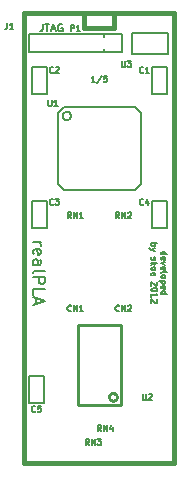
<source format=gto>
G04 (created by PCBNEW-RS274X (2012-apr-16-27)-stable) date So 08 Sep 2013 13:16:25 CEST*
G01*
G70*
G90*
%MOIN*%
G04 Gerber Fmt 3.4, Leading zero omitted, Abs format*
%FSLAX34Y34*%
G04 APERTURE LIST*
%ADD10C,0.006000*%
%ADD11C,0.005000*%
%ADD12C,0.008000*%
%ADD13C,0.015000*%
%ADD14C,0.007900*%
%ADD15C,0.010000*%
G04 APERTURE END LIST*
G54D10*
G54D11*
X57857Y-32781D02*
X57743Y-32781D01*
X57800Y-32781D02*
X57800Y-32581D01*
X57781Y-32610D01*
X57762Y-32629D01*
X57743Y-32638D01*
X58085Y-32571D02*
X57914Y-32829D01*
X58248Y-32581D02*
X58153Y-32581D01*
X58143Y-32676D01*
X58153Y-32667D01*
X58172Y-32657D01*
X58219Y-32657D01*
X58238Y-32667D01*
X58248Y-32676D01*
X58257Y-32695D01*
X58257Y-32743D01*
X58248Y-32762D01*
X58238Y-32771D01*
X58219Y-32781D01*
X58172Y-32781D01*
X58153Y-32771D01*
X58143Y-32762D01*
X60069Y-38536D02*
X60269Y-38536D01*
X60079Y-38536D02*
X60069Y-38517D01*
X60069Y-38479D01*
X60079Y-38460D01*
X60088Y-38451D01*
X60107Y-38441D01*
X60164Y-38441D01*
X60183Y-38451D01*
X60193Y-38460D01*
X60202Y-38479D01*
X60202Y-38517D01*
X60193Y-38536D01*
X60079Y-38708D02*
X60069Y-38689D01*
X60069Y-38651D01*
X60079Y-38632D01*
X60098Y-38622D01*
X60174Y-38622D01*
X60193Y-38632D01*
X60202Y-38651D01*
X60202Y-38689D01*
X60193Y-38708D01*
X60174Y-38717D01*
X60155Y-38717D01*
X60136Y-38622D01*
X60202Y-38784D02*
X60069Y-38831D01*
X60202Y-38879D01*
X60079Y-39031D02*
X60069Y-39012D01*
X60069Y-38974D01*
X60079Y-38955D01*
X60098Y-38945D01*
X60174Y-38945D01*
X60193Y-38955D01*
X60202Y-38974D01*
X60202Y-39012D01*
X60193Y-39031D01*
X60174Y-39040D01*
X60155Y-39040D01*
X60136Y-38945D01*
X60069Y-39154D02*
X60079Y-39135D01*
X60098Y-39126D01*
X60269Y-39126D01*
X60069Y-39259D02*
X60079Y-39240D01*
X60088Y-39231D01*
X60107Y-39221D01*
X60164Y-39221D01*
X60183Y-39231D01*
X60193Y-39240D01*
X60202Y-39259D01*
X60202Y-39288D01*
X60193Y-39307D01*
X60183Y-39316D01*
X60164Y-39326D01*
X60107Y-39326D01*
X60088Y-39316D01*
X60079Y-39307D01*
X60069Y-39288D01*
X60069Y-39259D01*
X60202Y-39412D02*
X60002Y-39412D01*
X60193Y-39412D02*
X60202Y-39431D01*
X60202Y-39469D01*
X60193Y-39488D01*
X60183Y-39497D01*
X60164Y-39507D01*
X60107Y-39507D01*
X60088Y-39497D01*
X60079Y-39488D01*
X60069Y-39469D01*
X60069Y-39431D01*
X60079Y-39412D01*
X60079Y-39669D02*
X60069Y-39650D01*
X60069Y-39612D01*
X60079Y-39593D01*
X60098Y-39583D01*
X60174Y-39583D01*
X60193Y-39593D01*
X60202Y-39612D01*
X60202Y-39650D01*
X60193Y-39669D01*
X60174Y-39678D01*
X60155Y-39678D01*
X60136Y-39583D01*
X60069Y-39849D02*
X60269Y-39849D01*
X60079Y-39849D02*
X60069Y-39830D01*
X60069Y-39792D01*
X60079Y-39773D01*
X60088Y-39764D01*
X60107Y-39754D01*
X60164Y-39754D01*
X60183Y-39764D01*
X60193Y-39773D01*
X60202Y-39792D01*
X60202Y-39830D01*
X60193Y-39849D01*
X59739Y-38162D02*
X59939Y-38162D01*
X59863Y-38162D02*
X59872Y-38181D01*
X59872Y-38219D01*
X59863Y-38238D01*
X59853Y-38247D01*
X59834Y-38257D01*
X59777Y-38257D01*
X59758Y-38247D01*
X59749Y-38238D01*
X59739Y-38219D01*
X59739Y-38181D01*
X59749Y-38162D01*
X59872Y-38324D02*
X59739Y-38371D01*
X59872Y-38419D02*
X59739Y-38371D01*
X59691Y-38352D01*
X59682Y-38343D01*
X59672Y-38324D01*
X59749Y-38637D02*
X59739Y-38656D01*
X59739Y-38694D01*
X59749Y-38713D01*
X59768Y-38723D01*
X59777Y-38723D01*
X59796Y-38713D01*
X59806Y-38694D01*
X59806Y-38666D01*
X59815Y-38647D01*
X59834Y-38637D01*
X59844Y-38637D01*
X59863Y-38647D01*
X59872Y-38666D01*
X59872Y-38694D01*
X59863Y-38713D01*
X59739Y-38809D02*
X59939Y-38809D01*
X59815Y-38828D02*
X59739Y-38885D01*
X59872Y-38885D02*
X59796Y-38809D01*
X59739Y-38999D02*
X59749Y-38980D01*
X59758Y-38971D01*
X59777Y-38961D01*
X59834Y-38961D01*
X59853Y-38971D01*
X59863Y-38980D01*
X59872Y-38999D01*
X59872Y-39028D01*
X59863Y-39047D01*
X59853Y-39056D01*
X59834Y-39066D01*
X59777Y-39066D01*
X59758Y-39056D01*
X59749Y-39047D01*
X59739Y-39028D01*
X59739Y-38999D01*
X59749Y-39228D02*
X59739Y-39209D01*
X59739Y-39171D01*
X59749Y-39152D01*
X59768Y-39142D01*
X59844Y-39142D01*
X59863Y-39152D01*
X59872Y-39171D01*
X59872Y-39209D01*
X59863Y-39228D01*
X59844Y-39237D01*
X59825Y-39237D01*
X59806Y-39142D01*
X59920Y-39465D02*
X59930Y-39475D01*
X59939Y-39494D01*
X59939Y-39541D01*
X59930Y-39560D01*
X59920Y-39570D01*
X59901Y-39579D01*
X59882Y-39579D01*
X59853Y-39570D01*
X59739Y-39456D01*
X59739Y-39579D01*
X59939Y-39703D02*
X59939Y-39722D01*
X59930Y-39741D01*
X59920Y-39750D01*
X59901Y-39760D01*
X59863Y-39769D01*
X59815Y-39769D01*
X59777Y-39760D01*
X59758Y-39750D01*
X59749Y-39741D01*
X59739Y-39722D01*
X59739Y-39703D01*
X59749Y-39684D01*
X59758Y-39674D01*
X59777Y-39665D01*
X59815Y-39655D01*
X59863Y-39655D01*
X59901Y-39665D01*
X59920Y-39674D01*
X59930Y-39684D01*
X59939Y-39703D01*
X59739Y-39959D02*
X59739Y-39845D01*
X59739Y-39902D02*
X59939Y-39902D01*
X59910Y-39883D01*
X59891Y-39864D01*
X59882Y-39845D01*
X59920Y-40035D02*
X59930Y-40045D01*
X59939Y-40064D01*
X59939Y-40111D01*
X59930Y-40130D01*
X59920Y-40140D01*
X59901Y-40149D01*
X59882Y-40149D01*
X59853Y-40140D01*
X59739Y-40026D01*
X59739Y-40149D01*
G54D12*
X55788Y-38130D02*
X56055Y-38130D01*
X55979Y-38130D02*
X56017Y-38149D01*
X56036Y-38168D01*
X56055Y-38206D01*
X56055Y-38245D01*
X55807Y-38531D02*
X55788Y-38493D01*
X55788Y-38416D01*
X55807Y-38378D01*
X55845Y-38359D01*
X55998Y-38359D01*
X56036Y-38378D01*
X56055Y-38416D01*
X56055Y-38493D01*
X56036Y-38531D01*
X55998Y-38550D01*
X55960Y-38550D01*
X55921Y-38359D01*
X55788Y-38893D02*
X55998Y-38893D01*
X56036Y-38874D01*
X56055Y-38836D01*
X56055Y-38759D01*
X56036Y-38721D01*
X55807Y-38893D02*
X55788Y-38855D01*
X55788Y-38759D01*
X55807Y-38721D01*
X55845Y-38702D01*
X55883Y-38702D01*
X55921Y-38721D01*
X55940Y-38759D01*
X55940Y-38855D01*
X55960Y-38893D01*
X55788Y-39140D02*
X55807Y-39102D01*
X55845Y-39083D01*
X56188Y-39083D01*
X55788Y-39293D02*
X56188Y-39293D01*
X56188Y-39446D01*
X56169Y-39484D01*
X56150Y-39503D01*
X56112Y-39522D01*
X56055Y-39522D01*
X56017Y-39503D01*
X55998Y-39484D01*
X55979Y-39446D01*
X55979Y-39293D01*
X55788Y-39884D02*
X55788Y-39693D01*
X56188Y-39693D01*
X55902Y-39998D02*
X55902Y-40189D01*
X55788Y-39960D02*
X56188Y-40093D01*
X55788Y-40227D01*
G54D13*
X58500Y-30500D02*
X58500Y-30500D01*
X58500Y-30500D02*
X58500Y-31000D01*
X58500Y-31000D02*
X57500Y-31000D01*
X57500Y-31000D02*
X57500Y-30500D01*
X60500Y-30500D02*
X60500Y-45500D01*
X60500Y-45500D02*
X55500Y-45500D01*
X55500Y-45500D02*
X55500Y-30500D01*
X55500Y-30500D02*
X60500Y-30500D01*
G54D11*
X59100Y-31850D02*
X59100Y-31150D01*
X59100Y-31150D02*
X60300Y-31150D01*
X60300Y-31150D02*
X60300Y-31850D01*
X60300Y-31850D02*
X59100Y-31850D01*
G54D14*
X56622Y-33819D02*
X56819Y-33622D01*
X57057Y-33918D02*
X57054Y-33944D01*
X57046Y-33970D01*
X57033Y-33994D01*
X57016Y-34015D01*
X56995Y-34033D01*
X56971Y-34046D01*
X56945Y-34054D01*
X56918Y-34056D01*
X56892Y-34054D01*
X56866Y-34046D01*
X56842Y-34034D01*
X56821Y-34017D01*
X56804Y-33996D01*
X56791Y-33972D01*
X56783Y-33946D01*
X56780Y-33919D01*
X56782Y-33893D01*
X56789Y-33867D01*
X56802Y-33843D01*
X56819Y-33822D01*
X56839Y-33804D01*
X56863Y-33791D01*
X56889Y-33783D01*
X56916Y-33780D01*
X56942Y-33782D01*
X56968Y-33789D01*
X56992Y-33801D01*
X57013Y-33818D01*
X57031Y-33838D01*
X57044Y-33862D01*
X57053Y-33888D01*
X57056Y-33915D01*
X57057Y-33918D01*
X59378Y-33819D02*
X59181Y-33622D01*
X59181Y-36378D02*
X59378Y-36181D01*
X56819Y-36378D02*
X56622Y-36181D01*
X56622Y-36181D02*
X56622Y-33819D01*
X59181Y-33622D02*
X56819Y-33622D01*
X59378Y-36181D02*
X59378Y-33819D01*
X56819Y-36378D02*
X59181Y-36378D01*
G54D15*
X58709Y-40901D02*
X58709Y-43539D01*
X57291Y-43539D02*
X57291Y-40901D01*
X58709Y-40901D02*
X57291Y-40901D01*
X57291Y-43539D02*
X58709Y-43539D01*
X58584Y-43284D02*
X58581Y-43308D01*
X58574Y-43332D01*
X58562Y-43354D01*
X58546Y-43374D01*
X58527Y-43390D01*
X58505Y-43401D01*
X58481Y-43409D01*
X58456Y-43411D01*
X58433Y-43409D01*
X58409Y-43402D01*
X58386Y-43391D01*
X58367Y-43375D01*
X58351Y-43356D01*
X58339Y-43334D01*
X58331Y-43310D01*
X58329Y-43285D01*
X58331Y-43261D01*
X58337Y-43237D01*
X58349Y-43215D01*
X58364Y-43196D01*
X58383Y-43179D01*
X58405Y-43167D01*
X58429Y-43159D01*
X58454Y-43157D01*
X58478Y-43158D01*
X58502Y-43165D01*
X58524Y-43176D01*
X58544Y-43192D01*
X58560Y-43211D01*
X58572Y-43232D01*
X58580Y-43256D01*
X58583Y-43281D01*
X58584Y-43284D01*
G54D12*
X58150Y-31800D02*
X58150Y-31700D01*
X58150Y-31300D02*
X58150Y-31200D01*
X58750Y-31800D02*
X55650Y-31800D01*
X55650Y-31800D02*
X55650Y-31200D01*
X55650Y-31200D02*
X58750Y-31200D01*
X58750Y-31200D02*
X58750Y-31800D01*
G54D11*
X60250Y-36750D02*
X60250Y-37650D01*
X60250Y-37650D02*
X59750Y-37650D01*
X59750Y-37650D02*
X59750Y-36750D01*
X59750Y-36750D02*
X60250Y-36750D01*
X55650Y-43500D02*
X55650Y-42600D01*
X55650Y-42600D02*
X56150Y-42600D01*
X56150Y-42600D02*
X56150Y-43500D01*
X56150Y-43500D02*
X55650Y-43500D01*
X60250Y-32300D02*
X60250Y-33200D01*
X60250Y-33200D02*
X59750Y-33200D01*
X59750Y-33200D02*
X59750Y-32300D01*
X59750Y-32300D02*
X60250Y-32300D01*
X55750Y-33200D02*
X55750Y-32300D01*
X55750Y-32300D02*
X56250Y-32300D01*
X56250Y-32300D02*
X56250Y-33200D01*
X56250Y-33200D02*
X55750Y-33200D01*
X56250Y-36750D02*
X56250Y-37650D01*
X56250Y-37650D02*
X55750Y-37650D01*
X55750Y-37650D02*
X55750Y-36750D01*
X55750Y-36750D02*
X56250Y-36750D01*
X54934Y-30831D02*
X54934Y-30974D01*
X54924Y-31002D01*
X54905Y-31021D01*
X54877Y-31031D01*
X54858Y-31031D01*
X55133Y-31031D02*
X55019Y-31031D01*
X55076Y-31031D02*
X55076Y-30831D01*
X55057Y-30860D01*
X55038Y-30879D01*
X55019Y-30888D01*
X58748Y-32081D02*
X58748Y-32243D01*
X58757Y-32262D01*
X58767Y-32271D01*
X58786Y-32281D01*
X58824Y-32281D01*
X58843Y-32271D01*
X58852Y-32262D01*
X58862Y-32243D01*
X58862Y-32081D01*
X58939Y-32081D02*
X59062Y-32081D01*
X58996Y-32157D01*
X59024Y-32157D01*
X59043Y-32167D01*
X59053Y-32176D01*
X59062Y-32195D01*
X59062Y-32243D01*
X59053Y-32262D01*
X59043Y-32271D01*
X59024Y-32281D01*
X58967Y-32281D01*
X58948Y-32271D01*
X58939Y-32262D01*
X56298Y-33381D02*
X56298Y-33543D01*
X56307Y-33562D01*
X56317Y-33571D01*
X56336Y-33581D01*
X56374Y-33581D01*
X56393Y-33571D01*
X56402Y-33562D01*
X56412Y-33543D01*
X56412Y-33381D01*
X56612Y-33581D02*
X56498Y-33581D01*
X56555Y-33581D02*
X56555Y-33381D01*
X56536Y-33410D01*
X56517Y-33429D01*
X56498Y-33438D01*
X59448Y-43181D02*
X59448Y-43343D01*
X59457Y-43362D01*
X59467Y-43371D01*
X59486Y-43381D01*
X59524Y-43381D01*
X59543Y-43371D01*
X59552Y-43362D01*
X59562Y-43343D01*
X59562Y-43181D01*
X59648Y-43200D02*
X59658Y-43190D01*
X59677Y-43181D01*
X59724Y-43181D01*
X59743Y-43190D01*
X59753Y-43200D01*
X59762Y-43219D01*
X59762Y-43238D01*
X59753Y-43267D01*
X59639Y-43381D01*
X59762Y-43381D01*
X57053Y-31081D02*
X57053Y-30881D01*
X57129Y-30881D01*
X57148Y-30890D01*
X57157Y-30900D01*
X57167Y-30919D01*
X57167Y-30948D01*
X57157Y-30967D01*
X57148Y-30976D01*
X57129Y-30986D01*
X57053Y-30986D01*
X57357Y-31081D02*
X57243Y-31081D01*
X57300Y-31081D02*
X57300Y-30881D01*
X57281Y-30910D01*
X57262Y-30929D01*
X57243Y-30938D01*
X56109Y-30851D02*
X56109Y-31030D01*
X56097Y-31065D01*
X56073Y-31089D01*
X56038Y-31101D01*
X56014Y-31101D01*
X56192Y-30851D02*
X56335Y-30851D01*
X56263Y-31101D02*
X56263Y-30851D01*
X56406Y-31030D02*
X56525Y-31030D01*
X56382Y-31101D02*
X56465Y-30851D01*
X56548Y-31101D01*
X56762Y-30863D02*
X56739Y-30851D01*
X56703Y-30851D01*
X56667Y-30863D01*
X56643Y-30887D01*
X56632Y-30911D01*
X56620Y-30958D01*
X56620Y-30994D01*
X56632Y-31042D01*
X56643Y-31065D01*
X56667Y-31089D01*
X56703Y-31101D01*
X56727Y-31101D01*
X56762Y-31089D01*
X56774Y-31077D01*
X56774Y-30994D01*
X56727Y-30994D01*
X59467Y-36862D02*
X59457Y-36871D01*
X59429Y-36881D01*
X59410Y-36881D01*
X59381Y-36871D01*
X59362Y-36852D01*
X59353Y-36833D01*
X59343Y-36795D01*
X59343Y-36767D01*
X59353Y-36729D01*
X59362Y-36710D01*
X59381Y-36690D01*
X59410Y-36681D01*
X59429Y-36681D01*
X59457Y-36690D01*
X59467Y-36700D01*
X59638Y-36748D02*
X59638Y-36881D01*
X59591Y-36671D02*
X59543Y-36814D01*
X59667Y-36814D01*
X55867Y-43762D02*
X55857Y-43771D01*
X55829Y-43781D01*
X55810Y-43781D01*
X55781Y-43771D01*
X55762Y-43752D01*
X55753Y-43733D01*
X55743Y-43695D01*
X55743Y-43667D01*
X55753Y-43629D01*
X55762Y-43610D01*
X55781Y-43590D01*
X55810Y-43581D01*
X55829Y-43581D01*
X55857Y-43590D01*
X55867Y-43600D01*
X56048Y-43581D02*
X55953Y-43581D01*
X55943Y-43676D01*
X55953Y-43667D01*
X55972Y-43657D01*
X56019Y-43657D01*
X56038Y-43667D01*
X56048Y-43676D01*
X56057Y-43695D01*
X56057Y-43743D01*
X56048Y-43762D01*
X56038Y-43771D01*
X56019Y-43781D01*
X55972Y-43781D01*
X55953Y-43771D01*
X55943Y-43762D01*
X59467Y-32462D02*
X59457Y-32471D01*
X59429Y-32481D01*
X59410Y-32481D01*
X59381Y-32471D01*
X59362Y-32452D01*
X59353Y-32433D01*
X59343Y-32395D01*
X59343Y-32367D01*
X59353Y-32329D01*
X59362Y-32310D01*
X59381Y-32290D01*
X59410Y-32281D01*
X59429Y-32281D01*
X59457Y-32290D01*
X59467Y-32300D01*
X59657Y-32481D02*
X59543Y-32481D01*
X59600Y-32481D02*
X59600Y-32281D01*
X59581Y-32310D01*
X59562Y-32329D01*
X59543Y-32338D01*
X57062Y-40412D02*
X57052Y-40421D01*
X57024Y-40431D01*
X57005Y-40431D01*
X56976Y-40421D01*
X56957Y-40402D01*
X56948Y-40383D01*
X56938Y-40345D01*
X56938Y-40317D01*
X56948Y-40279D01*
X56957Y-40260D01*
X56976Y-40240D01*
X57005Y-40231D01*
X57024Y-40231D01*
X57052Y-40240D01*
X57062Y-40250D01*
X57148Y-40431D02*
X57148Y-40231D01*
X57262Y-40431D01*
X57262Y-40231D01*
X57462Y-40431D02*
X57348Y-40431D01*
X57405Y-40431D02*
X57405Y-40231D01*
X57386Y-40260D01*
X57367Y-40279D01*
X57348Y-40288D01*
X58662Y-40412D02*
X58652Y-40421D01*
X58624Y-40431D01*
X58605Y-40431D01*
X58576Y-40421D01*
X58557Y-40402D01*
X58548Y-40383D01*
X58538Y-40345D01*
X58538Y-40317D01*
X58548Y-40279D01*
X58557Y-40260D01*
X58576Y-40240D01*
X58605Y-40231D01*
X58624Y-40231D01*
X58652Y-40240D01*
X58662Y-40250D01*
X58748Y-40431D02*
X58748Y-40231D01*
X58862Y-40431D01*
X58862Y-40231D01*
X58948Y-40250D02*
X58958Y-40240D01*
X58977Y-40231D01*
X59024Y-40231D01*
X59043Y-40240D01*
X59053Y-40250D01*
X59062Y-40269D01*
X59062Y-40288D01*
X59053Y-40317D01*
X58939Y-40431D01*
X59062Y-40431D01*
X57062Y-37331D02*
X56995Y-37236D01*
X56948Y-37331D02*
X56948Y-37131D01*
X57024Y-37131D01*
X57043Y-37140D01*
X57052Y-37150D01*
X57062Y-37169D01*
X57062Y-37198D01*
X57052Y-37217D01*
X57043Y-37226D01*
X57024Y-37236D01*
X56948Y-37236D01*
X57148Y-37331D02*
X57148Y-37131D01*
X57262Y-37331D01*
X57262Y-37131D01*
X57462Y-37331D02*
X57348Y-37331D01*
X57405Y-37331D02*
X57405Y-37131D01*
X57386Y-37160D01*
X57367Y-37179D01*
X57348Y-37188D01*
X58662Y-37331D02*
X58595Y-37236D01*
X58548Y-37331D02*
X58548Y-37131D01*
X58624Y-37131D01*
X58643Y-37140D01*
X58652Y-37150D01*
X58662Y-37169D01*
X58662Y-37198D01*
X58652Y-37217D01*
X58643Y-37226D01*
X58624Y-37236D01*
X58548Y-37236D01*
X58748Y-37331D02*
X58748Y-37131D01*
X58862Y-37331D01*
X58862Y-37131D01*
X58948Y-37150D02*
X58958Y-37140D01*
X58977Y-37131D01*
X59024Y-37131D01*
X59043Y-37140D01*
X59053Y-37150D01*
X59062Y-37169D01*
X59062Y-37188D01*
X59053Y-37217D01*
X58939Y-37331D01*
X59062Y-37331D01*
X57662Y-44881D02*
X57595Y-44786D01*
X57548Y-44881D02*
X57548Y-44681D01*
X57624Y-44681D01*
X57643Y-44690D01*
X57652Y-44700D01*
X57662Y-44719D01*
X57662Y-44748D01*
X57652Y-44767D01*
X57643Y-44776D01*
X57624Y-44786D01*
X57548Y-44786D01*
X57748Y-44881D02*
X57748Y-44681D01*
X57862Y-44881D01*
X57862Y-44681D01*
X57939Y-44681D02*
X58062Y-44681D01*
X57996Y-44757D01*
X58024Y-44757D01*
X58043Y-44767D01*
X58053Y-44776D01*
X58062Y-44795D01*
X58062Y-44843D01*
X58053Y-44862D01*
X58043Y-44871D01*
X58024Y-44881D01*
X57967Y-44881D01*
X57948Y-44871D01*
X57939Y-44862D01*
X58062Y-44431D02*
X57995Y-44336D01*
X57948Y-44431D02*
X57948Y-44231D01*
X58024Y-44231D01*
X58043Y-44240D01*
X58052Y-44250D01*
X58062Y-44269D01*
X58062Y-44298D01*
X58052Y-44317D01*
X58043Y-44326D01*
X58024Y-44336D01*
X57948Y-44336D01*
X58148Y-44431D02*
X58148Y-44231D01*
X58262Y-44431D01*
X58262Y-44231D01*
X58443Y-44298D02*
X58443Y-44431D01*
X58396Y-44221D02*
X58348Y-44364D01*
X58472Y-44364D01*
X56467Y-32462D02*
X56457Y-32471D01*
X56429Y-32481D01*
X56410Y-32481D01*
X56381Y-32471D01*
X56362Y-32452D01*
X56353Y-32433D01*
X56343Y-32395D01*
X56343Y-32367D01*
X56353Y-32329D01*
X56362Y-32310D01*
X56381Y-32290D01*
X56410Y-32281D01*
X56429Y-32281D01*
X56457Y-32290D01*
X56467Y-32300D01*
X56543Y-32300D02*
X56553Y-32290D01*
X56572Y-32281D01*
X56619Y-32281D01*
X56638Y-32290D01*
X56648Y-32300D01*
X56657Y-32319D01*
X56657Y-32338D01*
X56648Y-32367D01*
X56534Y-32481D01*
X56657Y-32481D01*
X56467Y-36862D02*
X56457Y-36871D01*
X56429Y-36881D01*
X56410Y-36881D01*
X56381Y-36871D01*
X56362Y-36852D01*
X56353Y-36833D01*
X56343Y-36795D01*
X56343Y-36767D01*
X56353Y-36729D01*
X56362Y-36710D01*
X56381Y-36690D01*
X56410Y-36681D01*
X56429Y-36681D01*
X56457Y-36690D01*
X56467Y-36700D01*
X56534Y-36681D02*
X56657Y-36681D01*
X56591Y-36757D01*
X56619Y-36757D01*
X56638Y-36767D01*
X56648Y-36776D01*
X56657Y-36795D01*
X56657Y-36843D01*
X56648Y-36862D01*
X56638Y-36871D01*
X56619Y-36881D01*
X56562Y-36881D01*
X56543Y-36871D01*
X56534Y-36862D01*
M02*

</source>
